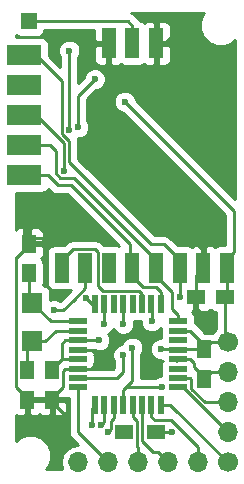
<source format=gbl>
G04 #@! TF.FileFunction,Copper,L2,Bot,Signal*
%FSLAX46Y46*%
G04 Gerber Fmt 4.6, Leading zero omitted, Abs format (unit mm)*
G04 Created by KiCad (PCBNEW 4.0.2-stable) date 29.05.2017 13:31:58*
%MOMM*%
G01*
G04 APERTURE LIST*
%ADD10C,0.100000*%
%ADD11R,3.000000X1.700000*%
%ADD12R,1.600000X0.550000*%
%ADD13R,0.550000X1.600000*%
%ADD14C,1.700000*%
%ADD15O,1.700000X1.700000*%
%ADD16R,1.200000X2.524000*%
%ADD17R,1.250000X1.500000*%
%ADD18R,1.500000X1.250000*%
%ADD19R,1.500000X1.300000*%
%ADD20R,1.800000X1.750000*%
%ADD21R,1.350000X1.350000*%
%ADD22C,0.600000*%
%ADD23C,0.250000*%
%ADD24C,0.254000*%
G04 APERTURE END LIST*
D10*
D11*
X171410500Y-99441000D03*
X171410500Y-94361000D03*
X171410500Y-89281000D03*
X171386500Y-96901000D03*
X171386500Y-91821000D03*
D12*
X175963000Y-117417500D03*
X175963000Y-116617500D03*
X175963000Y-115817500D03*
X175963000Y-115017500D03*
X175963000Y-114217500D03*
X175963000Y-113417500D03*
X175963000Y-112617500D03*
X175963000Y-111817500D03*
D13*
X177413000Y-110367500D03*
X178213000Y-110367500D03*
X179013000Y-110367500D03*
X179813000Y-110367500D03*
X180613000Y-110367500D03*
X181413000Y-110367500D03*
X182213000Y-110367500D03*
X183013000Y-110367500D03*
D12*
X184463000Y-111817500D03*
X184463000Y-112617500D03*
X184463000Y-113417500D03*
X184463000Y-114217500D03*
X184463000Y-115017500D03*
X184463000Y-115817500D03*
X184463000Y-116617500D03*
X184463000Y-117417500D03*
D13*
X183013000Y-118867500D03*
X182213000Y-118867500D03*
X181413000Y-118867500D03*
X180613000Y-118867500D03*
X179813000Y-118867500D03*
X179013000Y-118867500D03*
X178213000Y-118867500D03*
X177413000Y-118867500D03*
D14*
X188658500Y-113601500D03*
D15*
X188658500Y-116141500D03*
X188658500Y-118681500D03*
X188658500Y-121221500D03*
D14*
X188722000Y-123761500D03*
D15*
X186182000Y-123761500D03*
X183642000Y-123761500D03*
X181102000Y-123761500D03*
X178562000Y-123761500D03*
X176022000Y-123761500D03*
D16*
X188610000Y-107282000D03*
X186610000Y-107282000D03*
X184610000Y-107282000D03*
X182610000Y-107282000D03*
X180610000Y-107282000D03*
X178610000Y-107282000D03*
X176610000Y-107282000D03*
X174610000Y-107282000D03*
X180610000Y-88282000D03*
X182610000Y-88282000D03*
X178610000Y-88282000D03*
D17*
X186690000Y-114193000D03*
X186690000Y-116693000D03*
X173799500Y-115971000D03*
X173799500Y-118471000D03*
D18*
X188448000Y-109791500D03*
X185948000Y-109791500D03*
D19*
X179879000Y-121158000D03*
X182579000Y-121158000D03*
D17*
X171704000Y-115971000D03*
X171704000Y-118471000D03*
X171831000Y-107739500D03*
X171831000Y-105239500D03*
D20*
X172085000Y-113512000D03*
X172085000Y-110262000D03*
D21*
X171831000Y-86423500D03*
D22*
X177800000Y-113411000D03*
X179959000Y-93218000D03*
X179879000Y-121158000D03*
X183007000Y-114173000D03*
X186753500Y-111442500D03*
X176784000Y-104775000D03*
X185674000Y-104838500D03*
X171386500Y-102870000D03*
X184422000Y-87249000D03*
X175178500Y-120015000D03*
X179832000Y-114681000D03*
X176657000Y-109855000D03*
X176022000Y-95377000D03*
X177419000Y-91313000D03*
X179832000Y-112014000D03*
X175260000Y-88900000D03*
X175260000Y-95631000D03*
X173990000Y-110871000D03*
X177165000Y-120586500D03*
X182245000Y-111823500D03*
X184594500Y-109728000D03*
X180594000Y-114046000D03*
X174811031Y-99060198D03*
X183959500Y-121158000D03*
X183134000Y-117348000D03*
X178498500Y-121221500D03*
X177964224Y-120621992D03*
X178181000Y-112014000D03*
D23*
X188610000Y-107282000D02*
X188610000Y-106538000D01*
X188610000Y-106538000D02*
X189230000Y-105918000D01*
X189230000Y-102489000D02*
X187960000Y-101219000D01*
X189230000Y-105918000D02*
X189230000Y-102489000D01*
X175963000Y-113417500D02*
X177793500Y-113417500D01*
X177793500Y-113417500D02*
X177800000Y-113411000D01*
X183007000Y-114173000D02*
X184418500Y-114173000D01*
X184418500Y-114173000D02*
X184463000Y-114217500D01*
X187960000Y-101219000D02*
X179959000Y-93218000D01*
X175963000Y-113417500D02*
X174913000Y-113417500D01*
X174913000Y-113417500D02*
X174628000Y-113702500D01*
X174628000Y-113702500D02*
X174628000Y-115017500D01*
X173799500Y-115971000D02*
X173799500Y-115846000D01*
X173799500Y-115846000D02*
X174628000Y-115017500D01*
X174628000Y-115017500D02*
X174913000Y-115017500D01*
X174913000Y-115017500D02*
X175963000Y-115017500D01*
X186690000Y-114193000D02*
X186690000Y-113794500D01*
X186690000Y-113794500D02*
X185513000Y-112617500D01*
X185513000Y-112617500D02*
X184463000Y-112617500D01*
X186690000Y-114193000D02*
X184487500Y-114193000D01*
X184487500Y-114193000D02*
X184463000Y-114217500D01*
X188658500Y-113601500D02*
X187281500Y-113601500D01*
X187281500Y-113601500D02*
X186690000Y-114193000D01*
X188448000Y-109791500D02*
X188448000Y-113391000D01*
X188448000Y-113391000D02*
X188658500Y-113601500D01*
X188610000Y-107282000D02*
X188610000Y-109629500D01*
X188610000Y-109629500D02*
X188448000Y-109791500D01*
X188610000Y-109185000D02*
X188448000Y-109347000D01*
X188323000Y-109347000D02*
X188448000Y-109347000D01*
X175963000Y-114217500D02*
X177463500Y-114217500D01*
X177425500Y-115817500D02*
X175963000Y-115817500D01*
X177673000Y-115570000D02*
X177425500Y-115817500D01*
X177673000Y-114427000D02*
X177673000Y-115570000D01*
X177463500Y-114217500D02*
X177673000Y-114427000D01*
X184291500Y-115189000D02*
X184463000Y-115017500D01*
X176784000Y-104775000D02*
X172295500Y-104775000D01*
X172295500Y-104775000D02*
X171831000Y-105239500D01*
X185948000Y-109791500D02*
X185948000Y-110637000D01*
X185948000Y-110637000D02*
X186753500Y-111442500D01*
X171704000Y-118471000D02*
X173799500Y-118471000D01*
X171831000Y-105239500D02*
X171831000Y-105364500D01*
X171831000Y-105364500D02*
X170753999Y-106441501D01*
X170753999Y-106441501D02*
X170753999Y-117395999D01*
X170753999Y-117395999D02*
X171704000Y-118346000D01*
X171704000Y-118346000D02*
X171704000Y-118471000D01*
X185676250Y-104836250D02*
X186610000Y-105770000D01*
X185674000Y-104838500D02*
X185676250Y-104836250D01*
X186610000Y-105770000D02*
X186610000Y-107282000D01*
X185948000Y-109791500D02*
X185948000Y-107944000D01*
X185948000Y-107944000D02*
X186610000Y-107282000D01*
X171386500Y-102870000D02*
X171386500Y-104795000D01*
X171386500Y-104795000D02*
X171831000Y-105239500D01*
X185678500Y-104838500D02*
X178610000Y-97770000D01*
X186610000Y-105770000D02*
X185678500Y-104838500D01*
X186610000Y-107282000D02*
X186610000Y-105770000D01*
X178610000Y-97770000D02*
X178610000Y-89794000D01*
X178610000Y-89794000D02*
X178610000Y-88282000D01*
X182610000Y-88282000D02*
X183389000Y-88282000D01*
X183389000Y-88282000D02*
X184422000Y-87249000D01*
X173799500Y-118471000D02*
X173799500Y-118636000D01*
X173799500Y-118636000D02*
X175178500Y-120015000D01*
X175963000Y-115817500D02*
X174913000Y-115817500D01*
X174913000Y-115817500D02*
X174749501Y-115980999D01*
X174749501Y-115980999D02*
X174749501Y-117395999D01*
X174749501Y-117395999D02*
X173799500Y-118346000D01*
X173799500Y-118346000D02*
X173799500Y-118471000D01*
X184463000Y-115017500D02*
X185513000Y-115017500D01*
X185513000Y-115017500D02*
X185815000Y-115319500D01*
X185815000Y-115319500D02*
X185815000Y-115693000D01*
X185815000Y-115693000D02*
X186690000Y-116568000D01*
X186690000Y-116568000D02*
X186690000Y-116693000D01*
X188658500Y-116141500D02*
X187241500Y-116141500D01*
X187241500Y-116141500D02*
X186690000Y-116693000D01*
X175963000Y-116617500D02*
X179292500Y-116617500D01*
X179292500Y-116617500D02*
X179832000Y-116078000D01*
X179832000Y-116078000D02*
X179832000Y-114681000D01*
X176657000Y-109855000D02*
X177169500Y-110367500D01*
X177169500Y-110367500D02*
X177413000Y-110367500D01*
X176022000Y-92710000D02*
X176022000Y-95377000D01*
X177419000Y-91313000D02*
X176022000Y-92710000D01*
X177419000Y-110373500D02*
X177413000Y-110367500D01*
X179813000Y-110367500D02*
X179813000Y-111995000D01*
X175260000Y-88900000D02*
X175260000Y-95631000D01*
X179813000Y-111995000D02*
X179832000Y-112014000D01*
X179832000Y-110386500D02*
X179813000Y-110367500D01*
X179895500Y-110450000D02*
X179813000Y-110367500D01*
X174610000Y-107282000D02*
X174610000Y-106620000D01*
X174610000Y-106620000D02*
X175535001Y-105694999D01*
X175535001Y-105694999D02*
X177470001Y-105694999D01*
X177470001Y-105694999D02*
X177684999Y-105909997D01*
X177684999Y-105909997D02*
X177684999Y-108804001D01*
X177684999Y-108804001D02*
X178123497Y-109242499D01*
X178123497Y-109242499D02*
X181148001Y-109242499D01*
X181148001Y-109242499D02*
X181413000Y-109507498D01*
X181413000Y-109507498D02*
X181413000Y-110367500D01*
X174610000Y-107282000D02*
X174610000Y-107944000D01*
X173990000Y-110871000D02*
X174752000Y-110871000D01*
X174752000Y-110871000D02*
X175641000Y-109982000D01*
X176610000Y-108966000D02*
X176610000Y-109013000D01*
X176610000Y-107282000D02*
X176610000Y-108966000D01*
X176610000Y-109013000D02*
X175641000Y-109982000D01*
X177165000Y-120586500D02*
X177165000Y-119115500D01*
X177165000Y-119115500D02*
X177413000Y-118867500D01*
X176610000Y-107282000D02*
X176610000Y-107944000D01*
X180610000Y-88282000D02*
X180610000Y-86770000D01*
X172756000Y-86423500D02*
X171831000Y-86423500D01*
X180263500Y-86423500D02*
X172756000Y-86423500D01*
X180610000Y-86770000D02*
X180263500Y-86423500D01*
X182689500Y-105283000D02*
X182181500Y-105283000D01*
X175255522Y-97663000D02*
X175255531Y-97663000D01*
X175255522Y-98357022D02*
X175255522Y-97663000D01*
X182181500Y-105283000D02*
X175255522Y-98357022D01*
X183273000Y-105283000D02*
X184610000Y-106620000D01*
X182689500Y-105283000D02*
X183273000Y-105283000D01*
X175255531Y-96569620D02*
X175255531Y-97663000D01*
X172410500Y-89281000D02*
X174625000Y-91495500D01*
X174625000Y-91495500D02*
X174625000Y-95939089D01*
X174625000Y-95939089D02*
X175255531Y-96569620D01*
X171410500Y-89281000D02*
X172410500Y-89281000D01*
X184610000Y-106620000D02*
X184610000Y-107282000D01*
X182245000Y-111823500D02*
X182245000Y-110399500D01*
X182245000Y-110399500D02*
X182213000Y-110367500D01*
X184610000Y-107282000D02*
X184610000Y-109712500D01*
X184610000Y-109712500D02*
X184594500Y-109728000D01*
X174282000Y-100292000D02*
X175412500Y-100292000D01*
X180403500Y-105283000D02*
X180403500Y-107075500D01*
X175412500Y-100292000D02*
X180403500Y-105283000D01*
X180403500Y-107075500D02*
X180610000Y-107282000D01*
X171410500Y-99441000D02*
X173431000Y-99441000D01*
X173431000Y-99441000D02*
X174282000Y-100292000D01*
X180610000Y-106620000D02*
X180610000Y-107282000D01*
X183013000Y-110367500D02*
X183013000Y-109317500D01*
X183013000Y-109317500D02*
X182564501Y-108869001D01*
X182564501Y-108869001D02*
X181535001Y-108869001D01*
X181535001Y-108869001D02*
X180610000Y-107944000D01*
X180610000Y-107944000D02*
X180610000Y-107282000D01*
X171386500Y-96901000D02*
X173609000Y-96901000D01*
X174117000Y-97409000D02*
X174117000Y-99294859D01*
X173609000Y-96901000D02*
X174117000Y-97409000D01*
X171386500Y-96901000D02*
X172386500Y-96901000D01*
X174507341Y-99685200D02*
X175675200Y-99685200D01*
X174117000Y-99294859D02*
X174507341Y-99685200D01*
X175675200Y-99685200D02*
X182610000Y-106620000D01*
X182610000Y-106620000D02*
X182610000Y-107282000D01*
X184463000Y-111292500D02*
X184463000Y-111817500D01*
X183969498Y-110798998D02*
X184463000Y-111292500D01*
X183969498Y-109303498D02*
X183969498Y-110798998D01*
X182610000Y-107944000D02*
X183969498Y-109303498D01*
X182610000Y-107282000D02*
X182610000Y-107944000D01*
X183134000Y-117348000D02*
X180086000Y-117348000D01*
X180086000Y-117348000D02*
X179813000Y-117621000D01*
X180594000Y-114046000D02*
X180594000Y-116840000D01*
X180594000Y-116840000D02*
X179813000Y-117621000D01*
X174805520Y-98630423D02*
X174811031Y-98635934D01*
X174811031Y-98635934D02*
X174811031Y-99060198D01*
X172410500Y-94361000D02*
X174805520Y-96756020D01*
X174805520Y-96756020D02*
X174805520Y-98630423D01*
X179813000Y-117621000D02*
X179813000Y-118867500D01*
X182579000Y-121158000D02*
X183959500Y-121158000D01*
X171410500Y-94361000D02*
X172410500Y-94361000D01*
X179013000Y-120038998D02*
X179013000Y-119917500D01*
X178498500Y-121221500D02*
X178798499Y-120921501D01*
X179013000Y-119917500D02*
X179013000Y-118867500D01*
X178798499Y-120921501D02*
X178798499Y-120253499D01*
X178798499Y-120253499D02*
X179013000Y-120038998D01*
X178213000Y-120373216D02*
X177964224Y-120621992D01*
X178213000Y-118867500D02*
X178213000Y-120373216D01*
X185513000Y-116617500D02*
X184463000Y-116617500D01*
X185588001Y-116692501D02*
X185513000Y-116617500D01*
X185588001Y-117514591D02*
X185588001Y-116692501D01*
X186754910Y-118681500D02*
X185588001Y-117514591D01*
X188658500Y-118681500D02*
X186754910Y-118681500D01*
X188658500Y-121221500D02*
X184854500Y-117417500D01*
X184854500Y-117417500D02*
X184463000Y-117417500D01*
X188722000Y-123761500D02*
X183828000Y-118867500D01*
X183828000Y-118867500D02*
X183013000Y-118867500D01*
X175963000Y-121162500D02*
X175963000Y-117942500D01*
X178562000Y-123761500D02*
X175963000Y-121162500D01*
X175963000Y-117942500D02*
X175963000Y-117417500D01*
X186182000Y-122559419D02*
X186182000Y-123761500D01*
X182478499Y-120182999D02*
X183909503Y-120182999D01*
X182213000Y-119917500D02*
X182478499Y-120182999D01*
X182213000Y-118867500D02*
X182213000Y-119917500D01*
X186182000Y-122455496D02*
X186182000Y-122559419D01*
X183909503Y-120182999D02*
X186182000Y-122455496D01*
X181413000Y-118867500D02*
X181413000Y-121977002D01*
X181413000Y-121977002D02*
X182347499Y-122911501D01*
X182347499Y-122911501D02*
X182792001Y-122911501D01*
X182792001Y-122911501D02*
X183642000Y-123761500D01*
X181102000Y-123761500D02*
X181102000Y-122559419D01*
X181102000Y-122559419D02*
X180954001Y-122411420D01*
X180954001Y-122411420D02*
X180954001Y-120258501D01*
X180954001Y-120258501D02*
X180613000Y-119917500D01*
X180613000Y-119917500D02*
X180613000Y-118867500D01*
X171704000Y-115971000D02*
X171704000Y-113893000D01*
X171704000Y-113893000D02*
X172085000Y-113512000D01*
X172085000Y-113512000D02*
X173235000Y-113512000D01*
X173235000Y-113512000D02*
X174129500Y-112617500D01*
X174913000Y-112617500D02*
X175963000Y-112617500D01*
X174129500Y-112617500D02*
X174913000Y-112617500D01*
X171831000Y-107739500D02*
X171831000Y-110008000D01*
X171831000Y-110008000D02*
X172085000Y-110262000D01*
X173671500Y-111823500D02*
X173677500Y-111817500D01*
X173677500Y-111817500D02*
X175963000Y-111817500D01*
X172085000Y-110262000D02*
X172110000Y-110262000D01*
X172110000Y-110262000D02*
X173671500Y-111823500D01*
X178181000Y-112014000D02*
X178181000Y-110399500D01*
X178181000Y-110399500D02*
X178213000Y-110367500D01*
D24*
G36*
X175163000Y-118339940D02*
X175203000Y-118339940D01*
X175203000Y-121162500D01*
X175260852Y-121453339D01*
X175425599Y-121699901D01*
X175981217Y-122255519D01*
X175453715Y-122360446D01*
X174971946Y-122682353D01*
X174650039Y-123164122D01*
X174537000Y-123732407D01*
X174537000Y-123790593D01*
X174636338Y-124290000D01*
X173311883Y-124290000D01*
X173428004Y-124174082D01*
X173692699Y-123536627D01*
X173693301Y-122846401D01*
X173429719Y-122208485D01*
X172942082Y-121719996D01*
X172304627Y-121455301D01*
X171614401Y-121454699D01*
X170976485Y-121718281D01*
X170710000Y-121984301D01*
X170710000Y-119750026D01*
X170719301Y-119759327D01*
X170952690Y-119856000D01*
X171418250Y-119856000D01*
X171577000Y-119697250D01*
X171577000Y-118598000D01*
X171831000Y-118598000D01*
X171831000Y-119697250D01*
X171989750Y-119856000D01*
X172455310Y-119856000D01*
X172688699Y-119759327D01*
X172751750Y-119696276D01*
X172814801Y-119759327D01*
X173048190Y-119856000D01*
X173513750Y-119856000D01*
X173672500Y-119697250D01*
X173672500Y-118598000D01*
X173926500Y-118598000D01*
X173926500Y-119697250D01*
X174085250Y-119856000D01*
X174550810Y-119856000D01*
X174784199Y-119759327D01*
X174962827Y-119580698D01*
X175059500Y-119347309D01*
X175059500Y-118756750D01*
X174900750Y-118598000D01*
X173926500Y-118598000D01*
X173672500Y-118598000D01*
X171831000Y-118598000D01*
X171577000Y-118598000D01*
X171557000Y-118598000D01*
X171557000Y-118344000D01*
X171577000Y-118344000D01*
X171577000Y-118324000D01*
X171831000Y-118324000D01*
X171831000Y-118344000D01*
X173672500Y-118344000D01*
X173672500Y-118324000D01*
X173926500Y-118324000D01*
X173926500Y-118344000D01*
X174900750Y-118344000D01*
X174948290Y-118296460D01*
X175163000Y-118339940D01*
X175163000Y-118339940D01*
G37*
X175163000Y-118339940D02*
X175203000Y-118339940D01*
X175203000Y-121162500D01*
X175260852Y-121453339D01*
X175425599Y-121699901D01*
X175981217Y-122255519D01*
X175453715Y-122360446D01*
X174971946Y-122682353D01*
X174650039Y-123164122D01*
X174537000Y-123732407D01*
X174537000Y-123790593D01*
X174636338Y-124290000D01*
X173311883Y-124290000D01*
X173428004Y-124174082D01*
X173692699Y-123536627D01*
X173693301Y-122846401D01*
X173429719Y-122208485D01*
X172942082Y-121719996D01*
X172304627Y-121455301D01*
X171614401Y-121454699D01*
X170976485Y-121718281D01*
X170710000Y-121984301D01*
X170710000Y-119750026D01*
X170719301Y-119759327D01*
X170952690Y-119856000D01*
X171418250Y-119856000D01*
X171577000Y-119697250D01*
X171577000Y-118598000D01*
X171831000Y-118598000D01*
X171831000Y-119697250D01*
X171989750Y-119856000D01*
X172455310Y-119856000D01*
X172688699Y-119759327D01*
X172751750Y-119696276D01*
X172814801Y-119759327D01*
X173048190Y-119856000D01*
X173513750Y-119856000D01*
X173672500Y-119697250D01*
X173672500Y-118598000D01*
X173926500Y-118598000D01*
X173926500Y-119697250D01*
X174085250Y-119856000D01*
X174550810Y-119856000D01*
X174784199Y-119759327D01*
X174962827Y-119580698D01*
X175059500Y-119347309D01*
X175059500Y-118756750D01*
X174900750Y-118598000D01*
X173926500Y-118598000D01*
X173672500Y-118598000D01*
X171831000Y-118598000D01*
X171577000Y-118598000D01*
X171557000Y-118598000D01*
X171557000Y-118344000D01*
X171577000Y-118344000D01*
X171577000Y-118324000D01*
X171831000Y-118324000D01*
X171831000Y-118344000D01*
X173672500Y-118344000D01*
X173672500Y-118324000D01*
X173926500Y-118324000D01*
X173926500Y-118344000D01*
X174900750Y-118344000D01*
X174948290Y-118296460D01*
X175163000Y-118339940D01*
G36*
X186817000Y-116566000D02*
X186837000Y-116566000D01*
X186837000Y-116820000D01*
X186817000Y-116820000D01*
X186817000Y-116840000D01*
X186563000Y-116840000D01*
X186563000Y-116820000D01*
X186543000Y-116820000D01*
X186543000Y-116566000D01*
X186563000Y-116566000D01*
X186563000Y-116546000D01*
X186817000Y-116546000D01*
X186817000Y-116566000D01*
X186817000Y-116566000D01*
G37*
X186817000Y-116566000D02*
X186837000Y-116566000D01*
X186837000Y-116820000D01*
X186817000Y-116820000D01*
X186817000Y-116840000D01*
X186563000Y-116840000D01*
X186563000Y-116820000D01*
X186543000Y-116820000D01*
X186543000Y-116566000D01*
X186563000Y-116566000D01*
X186563000Y-116546000D01*
X186817000Y-116546000D01*
X186817000Y-116566000D01*
G36*
X181138000Y-111814940D02*
X181310007Y-111814940D01*
X181309838Y-112008667D01*
X181451883Y-112352443D01*
X181714673Y-112615692D01*
X182058201Y-112758338D01*
X182430167Y-112758662D01*
X182773943Y-112616617D01*
X183015560Y-112375421D01*
X183015560Y-112892500D01*
X183039944Y-113022089D01*
X183015560Y-113142500D01*
X183015560Y-113238007D01*
X182821833Y-113237838D01*
X182478057Y-113379883D01*
X182214808Y-113642673D01*
X182072162Y-113986201D01*
X182071838Y-114358167D01*
X182213883Y-114701943D01*
X182476673Y-114965192D01*
X182820201Y-115107838D01*
X183028000Y-115108019D01*
X183028000Y-115144502D01*
X183166400Y-115144502D01*
X183122505Y-115208745D01*
X183028000Y-115303250D01*
X183028000Y-115418810D01*
X183036468Y-115439253D01*
X183015560Y-115542500D01*
X183015560Y-116092500D01*
X183039944Y-116222089D01*
X183015560Y-116342500D01*
X183015560Y-116412896D01*
X182948833Y-116412838D01*
X182605057Y-116554883D01*
X182571882Y-116588000D01*
X181354000Y-116588000D01*
X181354000Y-114608463D01*
X181386192Y-114576327D01*
X181528838Y-114232799D01*
X181529162Y-113860833D01*
X181387117Y-113517057D01*
X181124327Y-113253808D01*
X180780799Y-113111162D01*
X180408833Y-113110838D01*
X180065057Y-113252883D01*
X179801808Y-113515673D01*
X179706213Y-113745890D01*
X179646833Y-113745838D01*
X179303057Y-113887883D01*
X179039808Y-114150673D01*
X178897162Y-114494201D01*
X178896838Y-114866167D01*
X179038883Y-115209943D01*
X179072000Y-115243118D01*
X179072000Y-115763198D01*
X178977698Y-115857500D01*
X177177975Y-115857500D01*
X177119603Y-115817616D01*
X177214441Y-115756590D01*
X177303495Y-115626255D01*
X177398000Y-115531750D01*
X177398000Y-115416190D01*
X177389532Y-115395747D01*
X177410440Y-115292500D01*
X177410440Y-114742500D01*
X177390550Y-114636795D01*
X177398000Y-114618810D01*
X177398000Y-114503250D01*
X177301599Y-114406849D01*
X177261480Y-114344502D01*
X177398000Y-114344502D01*
X177398000Y-114256478D01*
X177613201Y-114345838D01*
X177985167Y-114346162D01*
X178328943Y-114204117D01*
X178592192Y-113941327D01*
X178734838Y-113597799D01*
X178735162Y-113225833D01*
X178593117Y-112882057D01*
X178574269Y-112863176D01*
X178709943Y-112807117D01*
X178973192Y-112544327D01*
X179006405Y-112464341D01*
X179038883Y-112542943D01*
X179301673Y-112806192D01*
X179645201Y-112948838D01*
X180017167Y-112949162D01*
X180360943Y-112807117D01*
X180624192Y-112544327D01*
X180766838Y-112200799D01*
X180767162Y-111828833D01*
X180761422Y-111814940D01*
X180888000Y-111814940D01*
X181017589Y-111790556D01*
X181138000Y-111814940D01*
X181138000Y-111814940D01*
G37*
X181138000Y-111814940D02*
X181310007Y-111814940D01*
X181309838Y-112008667D01*
X181451883Y-112352443D01*
X181714673Y-112615692D01*
X182058201Y-112758338D01*
X182430167Y-112758662D01*
X182773943Y-112616617D01*
X183015560Y-112375421D01*
X183015560Y-112892500D01*
X183039944Y-113022089D01*
X183015560Y-113142500D01*
X183015560Y-113238007D01*
X182821833Y-113237838D01*
X182478057Y-113379883D01*
X182214808Y-113642673D01*
X182072162Y-113986201D01*
X182071838Y-114358167D01*
X182213883Y-114701943D01*
X182476673Y-114965192D01*
X182820201Y-115107838D01*
X183028000Y-115108019D01*
X183028000Y-115144502D01*
X183166400Y-115144502D01*
X183122505Y-115208745D01*
X183028000Y-115303250D01*
X183028000Y-115418810D01*
X183036468Y-115439253D01*
X183015560Y-115542500D01*
X183015560Y-116092500D01*
X183039944Y-116222089D01*
X183015560Y-116342500D01*
X183015560Y-116412896D01*
X182948833Y-116412838D01*
X182605057Y-116554883D01*
X182571882Y-116588000D01*
X181354000Y-116588000D01*
X181354000Y-114608463D01*
X181386192Y-114576327D01*
X181528838Y-114232799D01*
X181529162Y-113860833D01*
X181387117Y-113517057D01*
X181124327Y-113253808D01*
X180780799Y-113111162D01*
X180408833Y-113110838D01*
X180065057Y-113252883D01*
X179801808Y-113515673D01*
X179706213Y-113745890D01*
X179646833Y-113745838D01*
X179303057Y-113887883D01*
X179039808Y-114150673D01*
X178897162Y-114494201D01*
X178896838Y-114866167D01*
X179038883Y-115209943D01*
X179072000Y-115243118D01*
X179072000Y-115763198D01*
X178977698Y-115857500D01*
X177177975Y-115857500D01*
X177119603Y-115817616D01*
X177214441Y-115756590D01*
X177303495Y-115626255D01*
X177398000Y-115531750D01*
X177398000Y-115416190D01*
X177389532Y-115395747D01*
X177410440Y-115292500D01*
X177410440Y-114742500D01*
X177390550Y-114636795D01*
X177398000Y-114618810D01*
X177398000Y-114503250D01*
X177301599Y-114406849D01*
X177261480Y-114344502D01*
X177398000Y-114344502D01*
X177398000Y-114256478D01*
X177613201Y-114345838D01*
X177985167Y-114346162D01*
X178328943Y-114204117D01*
X178592192Y-113941327D01*
X178734838Y-113597799D01*
X178735162Y-113225833D01*
X178593117Y-112882057D01*
X178574269Y-112863176D01*
X178709943Y-112807117D01*
X178973192Y-112544327D01*
X179006405Y-112464341D01*
X179038883Y-112542943D01*
X179301673Y-112806192D01*
X179645201Y-112948838D01*
X180017167Y-112949162D01*
X180360943Y-112807117D01*
X180624192Y-112544327D01*
X180766838Y-112200799D01*
X180767162Y-111828833D01*
X180761422Y-111814940D01*
X180888000Y-111814940D01*
X181017589Y-111790556D01*
X181138000Y-111814940D01*
G36*
X188785500Y-116014500D02*
X188805500Y-116014500D01*
X188805500Y-116268500D01*
X188785500Y-116268500D01*
X188785500Y-116288500D01*
X188531500Y-116288500D01*
X188531500Y-116268500D01*
X188511500Y-116268500D01*
X188511500Y-116014500D01*
X188531500Y-116014500D01*
X188531500Y-115994500D01*
X188785500Y-115994500D01*
X188785500Y-116014500D01*
X188785500Y-116014500D01*
G37*
X188785500Y-116014500D02*
X188805500Y-116014500D01*
X188805500Y-116268500D01*
X188785500Y-116268500D01*
X188785500Y-116288500D01*
X188531500Y-116288500D01*
X188531500Y-116268500D01*
X188511500Y-116268500D01*
X188511500Y-116014500D01*
X188531500Y-116014500D01*
X188531500Y-115994500D01*
X188785500Y-115994500D01*
X188785500Y-116014500D01*
G36*
X186075000Y-109664500D02*
X186095000Y-109664500D01*
X186095000Y-109918500D01*
X186075000Y-109918500D01*
X186075000Y-110892750D01*
X186233750Y-111051500D01*
X186824309Y-111051500D01*
X187057698Y-110954827D01*
X187198936Y-110813590D01*
X187233910Y-110867941D01*
X187446110Y-111012931D01*
X187688000Y-111061915D01*
X187688000Y-112472031D01*
X187400312Y-112759217D01*
X187379774Y-112808677D01*
X187315000Y-112795560D01*
X186765862Y-112795560D01*
X186050401Y-112080099D01*
X185910440Y-111986580D01*
X185910440Y-111542500D01*
X185866162Y-111307183D01*
X185727090Y-111091059D01*
X185665068Y-111048682D01*
X185821000Y-110892750D01*
X185821000Y-109918500D01*
X185801000Y-109918500D01*
X185801000Y-109664500D01*
X185821000Y-109664500D01*
X185821000Y-109644500D01*
X186075000Y-109644500D01*
X186075000Y-109664500D01*
X186075000Y-109664500D01*
G37*
X186075000Y-109664500D02*
X186095000Y-109664500D01*
X186095000Y-109918500D01*
X186075000Y-109918500D01*
X186075000Y-110892750D01*
X186233750Y-111051500D01*
X186824309Y-111051500D01*
X187057698Y-110954827D01*
X187198936Y-110813590D01*
X187233910Y-110867941D01*
X187446110Y-111012931D01*
X187688000Y-111061915D01*
X187688000Y-112472031D01*
X187400312Y-112759217D01*
X187379774Y-112808677D01*
X187315000Y-112795560D01*
X186765862Y-112795560D01*
X186050401Y-112080099D01*
X185910440Y-111986580D01*
X185910440Y-111542500D01*
X185866162Y-111307183D01*
X185727090Y-111091059D01*
X185665068Y-111048682D01*
X185821000Y-110892750D01*
X185821000Y-109918500D01*
X185801000Y-109918500D01*
X185801000Y-109664500D01*
X185821000Y-109664500D01*
X185821000Y-109644500D01*
X186075000Y-109644500D01*
X186075000Y-109664500D01*
G36*
X173744599Y-100829401D02*
X173991161Y-100994148D01*
X174282000Y-101052000D01*
X175097698Y-101052000D01*
X179485181Y-105439483D01*
X179461890Y-105423569D01*
X179210000Y-105372560D01*
X178222364Y-105372560D01*
X178007402Y-105157598D01*
X177760840Y-104992851D01*
X177470001Y-104934999D01*
X175535001Y-104934999D01*
X175244162Y-104992851D01*
X174997600Y-105157598D01*
X174782638Y-105372560D01*
X174010000Y-105372560D01*
X173774683Y-105416838D01*
X173558559Y-105555910D01*
X173413569Y-105768110D01*
X173362560Y-106020000D01*
X173362560Y-108544000D01*
X173406838Y-108779317D01*
X173545910Y-108995441D01*
X173758110Y-109140431D01*
X174010000Y-109191440D01*
X175210000Y-109191440D01*
X175390773Y-109157425D01*
X174484335Y-110063863D01*
X174176799Y-109936162D01*
X173804833Y-109935838D01*
X173632440Y-110007069D01*
X173632440Y-109387000D01*
X173588162Y-109151683D01*
X173449090Y-108935559D01*
X173236890Y-108790569D01*
X173045333Y-108751778D01*
X173052431Y-108741390D01*
X173103440Y-108489500D01*
X173103440Y-106989500D01*
X173059162Y-106754183D01*
X172920090Y-106538059D01*
X172851994Y-106491531D01*
X172994327Y-106349198D01*
X173091000Y-106115809D01*
X173091000Y-105525250D01*
X172932250Y-105366500D01*
X171958000Y-105366500D01*
X171958000Y-105386500D01*
X171704000Y-105386500D01*
X171704000Y-105366500D01*
X171684000Y-105366500D01*
X171684000Y-105112500D01*
X171704000Y-105112500D01*
X171704000Y-104013250D01*
X171958000Y-104013250D01*
X171958000Y-105112500D01*
X172932250Y-105112500D01*
X173091000Y-104953750D01*
X173091000Y-104363191D01*
X172994327Y-104129802D01*
X172815699Y-103951173D01*
X172582310Y-103854500D01*
X172116750Y-103854500D01*
X171958000Y-104013250D01*
X171704000Y-104013250D01*
X171545250Y-103854500D01*
X171079690Y-103854500D01*
X170846301Y-103951173D01*
X170710000Y-104087475D01*
X170710000Y-100938440D01*
X172910500Y-100938440D01*
X173145817Y-100894162D01*
X173361941Y-100755090D01*
X173487105Y-100571907D01*
X173744599Y-100829401D01*
X173744599Y-100829401D01*
G37*
X173744599Y-100829401D02*
X173991161Y-100994148D01*
X174282000Y-101052000D01*
X175097698Y-101052000D01*
X179485181Y-105439483D01*
X179461890Y-105423569D01*
X179210000Y-105372560D01*
X178222364Y-105372560D01*
X178007402Y-105157598D01*
X177760840Y-104992851D01*
X177470001Y-104934999D01*
X175535001Y-104934999D01*
X175244162Y-104992851D01*
X174997600Y-105157598D01*
X174782638Y-105372560D01*
X174010000Y-105372560D01*
X173774683Y-105416838D01*
X173558559Y-105555910D01*
X173413569Y-105768110D01*
X173362560Y-106020000D01*
X173362560Y-108544000D01*
X173406838Y-108779317D01*
X173545910Y-108995441D01*
X173758110Y-109140431D01*
X174010000Y-109191440D01*
X175210000Y-109191440D01*
X175390773Y-109157425D01*
X174484335Y-110063863D01*
X174176799Y-109936162D01*
X173804833Y-109935838D01*
X173632440Y-110007069D01*
X173632440Y-109387000D01*
X173588162Y-109151683D01*
X173449090Y-108935559D01*
X173236890Y-108790569D01*
X173045333Y-108751778D01*
X173052431Y-108741390D01*
X173103440Y-108489500D01*
X173103440Y-106989500D01*
X173059162Y-106754183D01*
X172920090Y-106538059D01*
X172851994Y-106491531D01*
X172994327Y-106349198D01*
X173091000Y-106115809D01*
X173091000Y-105525250D01*
X172932250Y-105366500D01*
X171958000Y-105366500D01*
X171958000Y-105386500D01*
X171704000Y-105386500D01*
X171704000Y-105366500D01*
X171684000Y-105366500D01*
X171684000Y-105112500D01*
X171704000Y-105112500D01*
X171704000Y-104013250D01*
X171958000Y-104013250D01*
X171958000Y-105112500D01*
X172932250Y-105112500D01*
X173091000Y-104953750D01*
X173091000Y-104363191D01*
X172994327Y-104129802D01*
X172815699Y-103951173D01*
X172582310Y-103854500D01*
X172116750Y-103854500D01*
X171958000Y-104013250D01*
X171704000Y-104013250D01*
X171545250Y-103854500D01*
X171079690Y-103854500D01*
X170846301Y-103951173D01*
X170710000Y-104087475D01*
X170710000Y-100938440D01*
X172910500Y-100938440D01*
X173145817Y-100894162D01*
X173361941Y-100755090D01*
X173487105Y-100571907D01*
X173744599Y-100829401D01*
G36*
X186616996Y-85756918D02*
X186352301Y-86394373D01*
X186351699Y-87084599D01*
X186615281Y-87722515D01*
X187102918Y-88211004D01*
X187740373Y-88475699D01*
X188430599Y-88476301D01*
X189068515Y-88212719D01*
X189290000Y-87991620D01*
X189290000Y-101474198D01*
X180894122Y-93078320D01*
X180894162Y-93032833D01*
X180752117Y-92689057D01*
X180489327Y-92425808D01*
X180145799Y-92283162D01*
X179773833Y-92282838D01*
X179430057Y-92424883D01*
X179166808Y-92687673D01*
X179024162Y-93031201D01*
X179023838Y-93403167D01*
X179165883Y-93746943D01*
X179428673Y-94010192D01*
X179772201Y-94152838D01*
X179819077Y-94152879D01*
X188470000Y-102803802D01*
X188470000Y-105372560D01*
X188010000Y-105372560D01*
X187774683Y-105416838D01*
X187610507Y-105522482D01*
X187569698Y-105481673D01*
X187336309Y-105385000D01*
X186895750Y-105385000D01*
X186737000Y-105543750D01*
X186737000Y-107155000D01*
X186757000Y-107155000D01*
X186757000Y-107409000D01*
X186737000Y-107409000D01*
X186737000Y-107429000D01*
X186483000Y-107429000D01*
X186483000Y-107409000D01*
X186463000Y-107409000D01*
X186463000Y-107155000D01*
X186483000Y-107155000D01*
X186483000Y-105543750D01*
X186324250Y-105385000D01*
X185883691Y-105385000D01*
X185650302Y-105481673D01*
X185608340Y-105523634D01*
X185461890Y-105423569D01*
X185210000Y-105372560D01*
X184437362Y-105372560D01*
X183810401Y-104745599D01*
X183563839Y-104580852D01*
X183273000Y-104523000D01*
X182496302Y-104523000D01*
X176015522Y-98042220D01*
X176015522Y-97663045D01*
X176015531Y-97663000D01*
X176015531Y-96569620D01*
X175964277Y-96311950D01*
X176207167Y-96312162D01*
X176550943Y-96170117D01*
X176814192Y-95907327D01*
X176956838Y-95563799D01*
X176957162Y-95191833D01*
X176815117Y-94848057D01*
X176782000Y-94814882D01*
X176782000Y-93024802D01*
X177558680Y-92248122D01*
X177604167Y-92248162D01*
X177947943Y-92106117D01*
X178211192Y-91843327D01*
X178353838Y-91499799D01*
X178354162Y-91127833D01*
X178212117Y-90784057D01*
X177949327Y-90520808D01*
X177605799Y-90378162D01*
X177233833Y-90377838D01*
X176890057Y-90519883D01*
X176626808Y-90782673D01*
X176484162Y-91126201D01*
X176484121Y-91173077D01*
X176020000Y-91637198D01*
X176020000Y-89462463D01*
X176052192Y-89430327D01*
X176194838Y-89086799D01*
X176195162Y-88714833D01*
X176134389Y-88567750D01*
X177375000Y-88567750D01*
X177375000Y-89670310D01*
X177471673Y-89903699D01*
X177650302Y-90082327D01*
X177883691Y-90179000D01*
X178324250Y-90179000D01*
X178483000Y-90020250D01*
X178483000Y-88409000D01*
X177533750Y-88409000D01*
X177375000Y-88567750D01*
X176134389Y-88567750D01*
X176053117Y-88371057D01*
X175790327Y-88107808D01*
X175446799Y-87965162D01*
X175074833Y-87964838D01*
X174731057Y-88106883D01*
X174467808Y-88369673D01*
X174325162Y-88713201D01*
X174324838Y-89085167D01*
X174466883Y-89428943D01*
X174500000Y-89462118D01*
X174500000Y-90295698D01*
X173557940Y-89353638D01*
X173557940Y-88431000D01*
X173513662Y-88195683D01*
X173374590Y-87979559D01*
X173162390Y-87834569D01*
X172910500Y-87783560D01*
X170710000Y-87783560D01*
X170710000Y-87562301D01*
X170904110Y-87694931D01*
X171156000Y-87745940D01*
X172506000Y-87745940D01*
X172741317Y-87701662D01*
X172957441Y-87562590D01*
X173102431Y-87350390D01*
X173136227Y-87183500D01*
X177375000Y-87183500D01*
X177375000Y-87996250D01*
X177533750Y-88155000D01*
X178483000Y-88155000D01*
X178483000Y-88135000D01*
X178737000Y-88135000D01*
X178737000Y-88155000D01*
X178757000Y-88155000D01*
X178757000Y-88409000D01*
X178737000Y-88409000D01*
X178737000Y-90020250D01*
X178895750Y-90179000D01*
X179336309Y-90179000D01*
X179569698Y-90082327D01*
X179611660Y-90040366D01*
X179758110Y-90140431D01*
X180010000Y-90191440D01*
X181210000Y-90191440D01*
X181445317Y-90147162D01*
X181609493Y-90041518D01*
X181650302Y-90082327D01*
X181883691Y-90179000D01*
X182324250Y-90179000D01*
X182483000Y-90020250D01*
X182483000Y-88409000D01*
X182737000Y-88409000D01*
X182737000Y-90020250D01*
X182895750Y-90179000D01*
X183336309Y-90179000D01*
X183569698Y-90082327D01*
X183748327Y-89903699D01*
X183845000Y-89670310D01*
X183845000Y-88567750D01*
X183686250Y-88409000D01*
X182737000Y-88409000D01*
X182483000Y-88409000D01*
X182463000Y-88409000D01*
X182463000Y-88155000D01*
X182483000Y-88155000D01*
X182483000Y-86543750D01*
X182737000Y-86543750D01*
X182737000Y-88155000D01*
X183686250Y-88155000D01*
X183845000Y-87996250D01*
X183845000Y-86893690D01*
X183748327Y-86660301D01*
X183569698Y-86481673D01*
X183336309Y-86385000D01*
X182895750Y-86385000D01*
X182737000Y-86543750D01*
X182483000Y-86543750D01*
X182324250Y-86385000D01*
X181883691Y-86385000D01*
X181650302Y-86481673D01*
X181608340Y-86523634D01*
X181461890Y-86423569D01*
X181245758Y-86379801D01*
X181147401Y-86232599D01*
X180800901Y-85886099D01*
X180554339Y-85721352D01*
X180497269Y-85710000D01*
X186663996Y-85710000D01*
X186616996Y-85756918D01*
X186616996Y-85756918D01*
G37*
X186616996Y-85756918D02*
X186352301Y-86394373D01*
X186351699Y-87084599D01*
X186615281Y-87722515D01*
X187102918Y-88211004D01*
X187740373Y-88475699D01*
X188430599Y-88476301D01*
X189068515Y-88212719D01*
X189290000Y-87991620D01*
X189290000Y-101474198D01*
X180894122Y-93078320D01*
X180894162Y-93032833D01*
X180752117Y-92689057D01*
X180489327Y-92425808D01*
X180145799Y-92283162D01*
X179773833Y-92282838D01*
X179430057Y-92424883D01*
X179166808Y-92687673D01*
X179024162Y-93031201D01*
X179023838Y-93403167D01*
X179165883Y-93746943D01*
X179428673Y-94010192D01*
X179772201Y-94152838D01*
X179819077Y-94152879D01*
X188470000Y-102803802D01*
X188470000Y-105372560D01*
X188010000Y-105372560D01*
X187774683Y-105416838D01*
X187610507Y-105522482D01*
X187569698Y-105481673D01*
X187336309Y-105385000D01*
X186895750Y-105385000D01*
X186737000Y-105543750D01*
X186737000Y-107155000D01*
X186757000Y-107155000D01*
X186757000Y-107409000D01*
X186737000Y-107409000D01*
X186737000Y-107429000D01*
X186483000Y-107429000D01*
X186483000Y-107409000D01*
X186463000Y-107409000D01*
X186463000Y-107155000D01*
X186483000Y-107155000D01*
X186483000Y-105543750D01*
X186324250Y-105385000D01*
X185883691Y-105385000D01*
X185650302Y-105481673D01*
X185608340Y-105523634D01*
X185461890Y-105423569D01*
X185210000Y-105372560D01*
X184437362Y-105372560D01*
X183810401Y-104745599D01*
X183563839Y-104580852D01*
X183273000Y-104523000D01*
X182496302Y-104523000D01*
X176015522Y-98042220D01*
X176015522Y-97663045D01*
X176015531Y-97663000D01*
X176015531Y-96569620D01*
X175964277Y-96311950D01*
X176207167Y-96312162D01*
X176550943Y-96170117D01*
X176814192Y-95907327D01*
X176956838Y-95563799D01*
X176957162Y-95191833D01*
X176815117Y-94848057D01*
X176782000Y-94814882D01*
X176782000Y-93024802D01*
X177558680Y-92248122D01*
X177604167Y-92248162D01*
X177947943Y-92106117D01*
X178211192Y-91843327D01*
X178353838Y-91499799D01*
X178354162Y-91127833D01*
X178212117Y-90784057D01*
X177949327Y-90520808D01*
X177605799Y-90378162D01*
X177233833Y-90377838D01*
X176890057Y-90519883D01*
X176626808Y-90782673D01*
X176484162Y-91126201D01*
X176484121Y-91173077D01*
X176020000Y-91637198D01*
X176020000Y-89462463D01*
X176052192Y-89430327D01*
X176194838Y-89086799D01*
X176195162Y-88714833D01*
X176134389Y-88567750D01*
X177375000Y-88567750D01*
X177375000Y-89670310D01*
X177471673Y-89903699D01*
X177650302Y-90082327D01*
X177883691Y-90179000D01*
X178324250Y-90179000D01*
X178483000Y-90020250D01*
X178483000Y-88409000D01*
X177533750Y-88409000D01*
X177375000Y-88567750D01*
X176134389Y-88567750D01*
X176053117Y-88371057D01*
X175790327Y-88107808D01*
X175446799Y-87965162D01*
X175074833Y-87964838D01*
X174731057Y-88106883D01*
X174467808Y-88369673D01*
X174325162Y-88713201D01*
X174324838Y-89085167D01*
X174466883Y-89428943D01*
X174500000Y-89462118D01*
X174500000Y-90295698D01*
X173557940Y-89353638D01*
X173557940Y-88431000D01*
X173513662Y-88195683D01*
X173374590Y-87979559D01*
X173162390Y-87834569D01*
X172910500Y-87783560D01*
X170710000Y-87783560D01*
X170710000Y-87562301D01*
X170904110Y-87694931D01*
X171156000Y-87745940D01*
X172506000Y-87745940D01*
X172741317Y-87701662D01*
X172957441Y-87562590D01*
X173102431Y-87350390D01*
X173136227Y-87183500D01*
X177375000Y-87183500D01*
X177375000Y-87996250D01*
X177533750Y-88155000D01*
X178483000Y-88155000D01*
X178483000Y-88135000D01*
X178737000Y-88135000D01*
X178737000Y-88155000D01*
X178757000Y-88155000D01*
X178757000Y-88409000D01*
X178737000Y-88409000D01*
X178737000Y-90020250D01*
X178895750Y-90179000D01*
X179336309Y-90179000D01*
X179569698Y-90082327D01*
X179611660Y-90040366D01*
X179758110Y-90140431D01*
X180010000Y-90191440D01*
X181210000Y-90191440D01*
X181445317Y-90147162D01*
X181609493Y-90041518D01*
X181650302Y-90082327D01*
X181883691Y-90179000D01*
X182324250Y-90179000D01*
X182483000Y-90020250D01*
X182483000Y-88409000D01*
X182737000Y-88409000D01*
X182737000Y-90020250D01*
X182895750Y-90179000D01*
X183336309Y-90179000D01*
X183569698Y-90082327D01*
X183748327Y-89903699D01*
X183845000Y-89670310D01*
X183845000Y-88567750D01*
X183686250Y-88409000D01*
X182737000Y-88409000D01*
X182483000Y-88409000D01*
X182463000Y-88409000D01*
X182463000Y-88155000D01*
X182483000Y-88155000D01*
X182483000Y-86543750D01*
X182737000Y-86543750D01*
X182737000Y-88155000D01*
X183686250Y-88155000D01*
X183845000Y-87996250D01*
X183845000Y-86893690D01*
X183748327Y-86660301D01*
X183569698Y-86481673D01*
X183336309Y-86385000D01*
X182895750Y-86385000D01*
X182737000Y-86543750D01*
X182483000Y-86543750D01*
X182324250Y-86385000D01*
X181883691Y-86385000D01*
X181650302Y-86481673D01*
X181608340Y-86523634D01*
X181461890Y-86423569D01*
X181245758Y-86379801D01*
X181147401Y-86232599D01*
X180800901Y-85886099D01*
X180554339Y-85721352D01*
X180497269Y-85710000D01*
X186663996Y-85710000D01*
X186616996Y-85756918D01*
G36*
X170808910Y-106490436D02*
X170754559Y-106525410D01*
X170710000Y-106590624D01*
X170710000Y-106391525D01*
X170808910Y-106490436D01*
X170808910Y-106490436D01*
G37*
X170808910Y-106490436D02*
X170754559Y-106525410D01*
X170710000Y-106590624D01*
X170710000Y-106391525D01*
X170808910Y-106490436D01*
M02*

</source>
